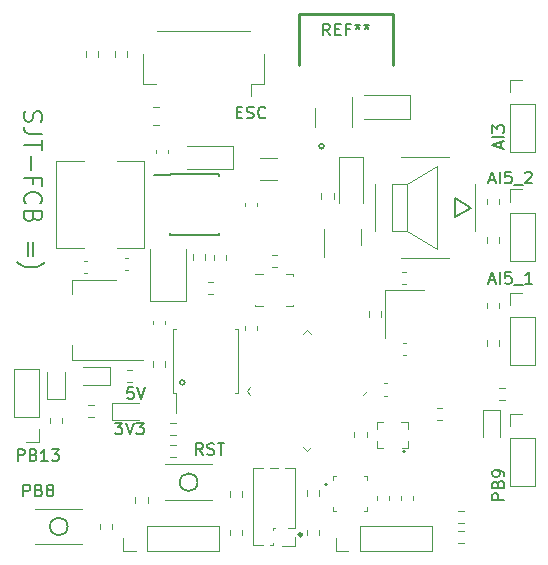
<source format=gbr>
%TF.GenerationSoftware,KiCad,Pcbnew,(6.0.1)*%
%TF.CreationDate,2022-04-08T14:53:01+03:00*%
%TF.ProjectId,fcb,6663622e-6b69-4636-9164-5f7063625858,0*%
%TF.SameCoordinates,Original*%
%TF.FileFunction,Legend,Top*%
%TF.FilePolarity,Positive*%
%FSLAX46Y46*%
G04 Gerber Fmt 4.6, Leading zero omitted, Abs format (unit mm)*
G04 Created by KiCad (PCBNEW (6.0.1)) date 2022-04-08 14:53:01*
%MOMM*%
%LPD*%
G01*
G04 APERTURE LIST*
%ADD10C,0.150000*%
%ADD11C,0.275000*%
%ADD12C,0.100000*%
%ADD13C,0.161803*%
%ADD14C,0.120000*%
%ADD15C,0.254000*%
G04 APERTURE END LIST*
D10*
X140400000Y-109800000D02*
G75*
G03*
X140400000Y-109800000I-200000J0D01*
G01*
D11*
X150337500Y-122700000D02*
G75*
G03*
X150337500Y-122700000I-137500J0D01*
G01*
D10*
X152200000Y-89800000D02*
G75*
G03*
X152200000Y-89800000I-200000J0D01*
G01*
X167452380Y-119738095D02*
X166452380Y-119738095D01*
X166452380Y-119357142D01*
X166500000Y-119261904D01*
X166547619Y-119214285D01*
X166642857Y-119166666D01*
X166785714Y-119166666D01*
X166880952Y-119214285D01*
X166928571Y-119261904D01*
X166976190Y-119357142D01*
X166976190Y-119738095D01*
X166928571Y-118404761D02*
X166976190Y-118261904D01*
X167023809Y-118214285D01*
X167119047Y-118166666D01*
X167261904Y-118166666D01*
X167357142Y-118214285D01*
X167404761Y-118261904D01*
X167452380Y-118357142D01*
X167452380Y-118738095D01*
X166452380Y-118738095D01*
X166452380Y-118404761D01*
X166500000Y-118309523D01*
X166547619Y-118261904D01*
X166642857Y-118214285D01*
X166738095Y-118214285D01*
X166833333Y-118261904D01*
X166880952Y-118309523D01*
X166928571Y-118404761D01*
X166928571Y-118738095D01*
X167452380Y-117690476D02*
X167452380Y-117500000D01*
X167404761Y-117404761D01*
X167357142Y-117357142D01*
X167214285Y-117261904D01*
X167023809Y-117214285D01*
X166642857Y-117214285D01*
X166547619Y-117261904D01*
X166500000Y-117309523D01*
X166452380Y-117404761D01*
X166452380Y-117595238D01*
X166500000Y-117690476D01*
X166547619Y-117738095D01*
X166642857Y-117785714D01*
X166880952Y-117785714D01*
X166976190Y-117738095D01*
X167023809Y-117690476D01*
X167071428Y-117595238D01*
X167071428Y-117404761D01*
X167023809Y-117309523D01*
X166976190Y-117261904D01*
X166880952Y-117214285D01*
X126761904Y-119452380D02*
X126761904Y-118452380D01*
X127142857Y-118452380D01*
X127238095Y-118500000D01*
X127285714Y-118547619D01*
X127333333Y-118642857D01*
X127333333Y-118785714D01*
X127285714Y-118880952D01*
X127238095Y-118928571D01*
X127142857Y-118976190D01*
X126761904Y-118976190D01*
X128095238Y-118928571D02*
X128238095Y-118976190D01*
X128285714Y-119023809D01*
X128333333Y-119119047D01*
X128333333Y-119261904D01*
X128285714Y-119357142D01*
X128238095Y-119404761D01*
X128142857Y-119452380D01*
X127761904Y-119452380D01*
X127761904Y-118452380D01*
X128095238Y-118452380D01*
X128190476Y-118500000D01*
X128238095Y-118547619D01*
X128285714Y-118642857D01*
X128285714Y-118738095D01*
X128238095Y-118833333D01*
X128190476Y-118880952D01*
X128095238Y-118928571D01*
X127761904Y-118928571D01*
X128904761Y-118880952D02*
X128809523Y-118833333D01*
X128761904Y-118785714D01*
X128714285Y-118690476D01*
X128714285Y-118642857D01*
X128761904Y-118547619D01*
X128809523Y-118500000D01*
X128904761Y-118452380D01*
X129095238Y-118452380D01*
X129190476Y-118500000D01*
X129238095Y-118547619D01*
X129285714Y-118642857D01*
X129285714Y-118690476D01*
X129238095Y-118785714D01*
X129190476Y-118833333D01*
X129095238Y-118880952D01*
X128904761Y-118880952D01*
X128809523Y-118928571D01*
X128761904Y-118976190D01*
X128714285Y-119071428D01*
X128714285Y-119261904D01*
X128761904Y-119357142D01*
X128809523Y-119404761D01*
X128904761Y-119452380D01*
X129095238Y-119452380D01*
X129190476Y-119404761D01*
X129238095Y-119357142D01*
X129285714Y-119261904D01*
X129285714Y-119071428D01*
X129238095Y-118976190D01*
X129190476Y-118928571D01*
X129095238Y-118880952D01*
X126285714Y-116452380D02*
X126285714Y-115452380D01*
X126666666Y-115452380D01*
X126761904Y-115500000D01*
X126809523Y-115547619D01*
X126857142Y-115642857D01*
X126857142Y-115785714D01*
X126809523Y-115880952D01*
X126761904Y-115928571D01*
X126666666Y-115976190D01*
X126285714Y-115976190D01*
X127619047Y-115928571D02*
X127761904Y-115976190D01*
X127809523Y-116023809D01*
X127857142Y-116119047D01*
X127857142Y-116261904D01*
X127809523Y-116357142D01*
X127761904Y-116404761D01*
X127666666Y-116452380D01*
X127285714Y-116452380D01*
X127285714Y-115452380D01*
X127619047Y-115452380D01*
X127714285Y-115500000D01*
X127761904Y-115547619D01*
X127809523Y-115642857D01*
X127809523Y-115738095D01*
X127761904Y-115833333D01*
X127714285Y-115880952D01*
X127619047Y-115928571D01*
X127285714Y-115928571D01*
X128809523Y-116452380D02*
X128238095Y-116452380D01*
X128523809Y-116452380D02*
X128523809Y-115452380D01*
X128428571Y-115595238D01*
X128333333Y-115690476D01*
X128238095Y-115738095D01*
X129142857Y-115452380D02*
X129761904Y-115452380D01*
X129428571Y-115833333D01*
X129571428Y-115833333D01*
X129666666Y-115880952D01*
X129714285Y-115928571D01*
X129761904Y-116023809D01*
X129761904Y-116261904D01*
X129714285Y-116357142D01*
X129666666Y-116404761D01*
X129571428Y-116452380D01*
X129285714Y-116452380D01*
X129190476Y-116404761D01*
X129142857Y-116357142D01*
X134511904Y-113202380D02*
X135130952Y-113202380D01*
X134797619Y-113583333D01*
X134940476Y-113583333D01*
X135035714Y-113630952D01*
X135083333Y-113678571D01*
X135130952Y-113773809D01*
X135130952Y-114011904D01*
X135083333Y-114107142D01*
X135035714Y-114154761D01*
X134940476Y-114202380D01*
X134654761Y-114202380D01*
X134559523Y-114154761D01*
X134511904Y-114107142D01*
X135416666Y-113202380D02*
X135750000Y-114202380D01*
X136083333Y-113202380D01*
X136321428Y-113202380D02*
X136940476Y-113202380D01*
X136607142Y-113583333D01*
X136750000Y-113583333D01*
X136845238Y-113630952D01*
X136892857Y-113678571D01*
X136940476Y-113773809D01*
X136940476Y-114011904D01*
X136892857Y-114107142D01*
X136845238Y-114154761D01*
X136750000Y-114202380D01*
X136464285Y-114202380D01*
X136369047Y-114154761D01*
X136321428Y-114107142D01*
X166190476Y-92666666D02*
X166666666Y-92666666D01*
X166095238Y-92952380D02*
X166428571Y-91952380D01*
X166761904Y-92952380D01*
X167095238Y-92952380D02*
X167095238Y-91952380D01*
X168047619Y-91952380D02*
X167571428Y-91952380D01*
X167523809Y-92428571D01*
X167571428Y-92380952D01*
X167666666Y-92333333D01*
X167904761Y-92333333D01*
X168000000Y-92380952D01*
X168047619Y-92428571D01*
X168095238Y-92523809D01*
X168095238Y-92761904D01*
X168047619Y-92857142D01*
X168000000Y-92904761D01*
X167904761Y-92952380D01*
X167666666Y-92952380D01*
X167571428Y-92904761D01*
X167523809Y-92857142D01*
X168285714Y-93047619D02*
X169047619Y-93047619D01*
X169238095Y-92047619D02*
X169285714Y-92000000D01*
X169380952Y-91952380D01*
X169619047Y-91952380D01*
X169714285Y-92000000D01*
X169761904Y-92047619D01*
X169809523Y-92142857D01*
X169809523Y-92238095D01*
X169761904Y-92380952D01*
X169190476Y-92952380D01*
X169809523Y-92952380D01*
X136059523Y-110202380D02*
X135583333Y-110202380D01*
X135535714Y-110678571D01*
X135583333Y-110630952D01*
X135678571Y-110583333D01*
X135916666Y-110583333D01*
X136011904Y-110630952D01*
X136059523Y-110678571D01*
X136107142Y-110773809D01*
X136107142Y-111011904D01*
X136059523Y-111107142D01*
X136011904Y-111154761D01*
X135916666Y-111202380D01*
X135678571Y-111202380D01*
X135583333Y-111154761D01*
X135535714Y-111107142D01*
X136392857Y-110202380D02*
X136726190Y-111202380D01*
X137059523Y-110202380D01*
X167166666Y-89952380D02*
X167166666Y-89476190D01*
X167452380Y-90047619D02*
X166452380Y-89714285D01*
X167452380Y-89380952D01*
X167452380Y-89047619D02*
X166452380Y-89047619D01*
X166452380Y-88666666D02*
X166452380Y-88047619D01*
X166833333Y-88380952D01*
X166833333Y-88238095D01*
X166880952Y-88142857D01*
X166928571Y-88095238D01*
X167023809Y-88047619D01*
X167261904Y-88047619D01*
X167357142Y-88095238D01*
X167404761Y-88142857D01*
X167452380Y-88238095D01*
X167452380Y-88523809D01*
X167404761Y-88619047D01*
X167357142Y-88666666D01*
X166190476Y-101166666D02*
X166666666Y-101166666D01*
X166095238Y-101452380D02*
X166428571Y-100452380D01*
X166761904Y-101452380D01*
X167095238Y-101452380D02*
X167095238Y-100452380D01*
X168047619Y-100452380D02*
X167571428Y-100452380D01*
X167523809Y-100928571D01*
X167571428Y-100880952D01*
X167666666Y-100833333D01*
X167904761Y-100833333D01*
X168000000Y-100880952D01*
X168047619Y-100928571D01*
X168095238Y-101023809D01*
X168095238Y-101261904D01*
X168047619Y-101357142D01*
X168000000Y-101404761D01*
X167904761Y-101452380D01*
X167666666Y-101452380D01*
X167571428Y-101404761D01*
X167523809Y-101357142D01*
X168285714Y-101547619D02*
X169047619Y-101547619D01*
X169809523Y-101452380D02*
X169238095Y-101452380D01*
X169523809Y-101452380D02*
X169523809Y-100452380D01*
X169428571Y-100595238D01*
X169333333Y-100690476D01*
X169238095Y-100738095D01*
X144809523Y-86928571D02*
X145142857Y-86928571D01*
X145285714Y-87452380D02*
X144809523Y-87452380D01*
X144809523Y-86452380D01*
X145285714Y-86452380D01*
X145666666Y-87404761D02*
X145809523Y-87452380D01*
X146047619Y-87452380D01*
X146142857Y-87404761D01*
X146190476Y-87357142D01*
X146238095Y-87261904D01*
X146238095Y-87166666D01*
X146190476Y-87071428D01*
X146142857Y-87023809D01*
X146047619Y-86976190D01*
X145857142Y-86928571D01*
X145761904Y-86880952D01*
X145714285Y-86833333D01*
X145666666Y-86738095D01*
X145666666Y-86642857D01*
X145714285Y-86547619D01*
X145761904Y-86500000D01*
X145857142Y-86452380D01*
X146095238Y-86452380D01*
X146238095Y-86500000D01*
X147238095Y-87357142D02*
X147190476Y-87404761D01*
X147047619Y-87452380D01*
X146952380Y-87452380D01*
X146809523Y-87404761D01*
X146714285Y-87309523D01*
X146666666Y-87214285D01*
X146619047Y-87023809D01*
X146619047Y-86880952D01*
X146666666Y-86690476D01*
X146714285Y-86595238D01*
X146809523Y-86500000D01*
X146952380Y-86452380D01*
X147047619Y-86452380D01*
X147190476Y-86500000D01*
X147238095Y-86547619D01*
X141952380Y-115952380D02*
X141619047Y-115476190D01*
X141380952Y-115952380D02*
X141380952Y-114952380D01*
X141761904Y-114952380D01*
X141857142Y-115000000D01*
X141904761Y-115047619D01*
X141952380Y-115142857D01*
X141952380Y-115285714D01*
X141904761Y-115380952D01*
X141857142Y-115428571D01*
X141761904Y-115476190D01*
X141380952Y-115476190D01*
X142333333Y-115904761D02*
X142476190Y-115952380D01*
X142714285Y-115952380D01*
X142809523Y-115904761D01*
X142857142Y-115857142D01*
X142904761Y-115761904D01*
X142904761Y-115666666D01*
X142857142Y-115571428D01*
X142809523Y-115523809D01*
X142714285Y-115476190D01*
X142523809Y-115428571D01*
X142428571Y-115380952D01*
X142380952Y-115333333D01*
X142333333Y-115238095D01*
X142333333Y-115142857D01*
X142380952Y-115047619D01*
X142428571Y-115000000D01*
X142523809Y-114952380D01*
X142761904Y-114952380D01*
X142904761Y-115000000D01*
X143190476Y-114952380D02*
X143761904Y-114952380D01*
X143476190Y-115952380D02*
X143476190Y-114952380D01*
X126892857Y-86857142D02*
X126821428Y-87071428D01*
X126821428Y-87428571D01*
X126892857Y-87571428D01*
X126964285Y-87642857D01*
X127107142Y-87714285D01*
X127250000Y-87714285D01*
X127392857Y-87642857D01*
X127464285Y-87571428D01*
X127535714Y-87428571D01*
X127607142Y-87142857D01*
X127678571Y-87000000D01*
X127750000Y-86928571D01*
X127892857Y-86857142D01*
X128035714Y-86857142D01*
X128178571Y-86928571D01*
X128250000Y-87000000D01*
X128321428Y-87142857D01*
X128321428Y-87500000D01*
X128250000Y-87714285D01*
X128321428Y-88785714D02*
X127250000Y-88785714D01*
X127035714Y-88714285D01*
X126892857Y-88571428D01*
X126821428Y-88357142D01*
X126821428Y-88214285D01*
X128321428Y-89285714D02*
X128321428Y-90142857D01*
X126821428Y-89714285D02*
X128321428Y-89714285D01*
X127392857Y-90642857D02*
X127392857Y-91785714D01*
X127607142Y-93000000D02*
X127607142Y-92500000D01*
X126821428Y-92500000D02*
X128321428Y-92500000D01*
X128321428Y-93214285D01*
X126964285Y-94642857D02*
X126892857Y-94571428D01*
X126821428Y-94357142D01*
X126821428Y-94214285D01*
X126892857Y-94000000D01*
X127035714Y-93857142D01*
X127178571Y-93785714D01*
X127464285Y-93714285D01*
X127678571Y-93714285D01*
X127964285Y-93785714D01*
X128107142Y-93857142D01*
X128250000Y-94000000D01*
X128321428Y-94214285D01*
X128321428Y-94357142D01*
X128250000Y-94571428D01*
X128178571Y-94642857D01*
X127607142Y-95785714D02*
X127535714Y-96000000D01*
X127464285Y-96071428D01*
X127321428Y-96142857D01*
X127107142Y-96142857D01*
X126964285Y-96071428D01*
X126892857Y-96000000D01*
X126821428Y-95857142D01*
X126821428Y-95285714D01*
X128321428Y-95285714D01*
X128321428Y-95785714D01*
X128250000Y-95928571D01*
X128178571Y-96000000D01*
X128035714Y-96071428D01*
X127892857Y-96071428D01*
X127750000Y-96000000D01*
X127678571Y-95928571D01*
X127607142Y-95785714D01*
X127607142Y-95285714D01*
X127607142Y-97928571D02*
X127607142Y-99071428D01*
X127178571Y-99071428D02*
X127178571Y-97928571D01*
X126250000Y-99642857D02*
X126321428Y-99714285D01*
X126535714Y-99857142D01*
X126678571Y-99928571D01*
X126892857Y-100000000D01*
X127250000Y-100071428D01*
X127535714Y-100071428D01*
X127892857Y-100000000D01*
X128107142Y-99928571D01*
X128250000Y-99857142D01*
X128464285Y-99714285D01*
X128535714Y-99642857D01*
%TO.C,J5*%
X152716666Y-80415880D02*
X152383333Y-79939690D01*
X152145238Y-80415880D02*
X152145238Y-79415880D01*
X152526190Y-79415880D01*
X152621428Y-79463500D01*
X152669047Y-79511119D01*
X152716666Y-79606357D01*
X152716666Y-79749214D01*
X152669047Y-79844452D01*
X152621428Y-79892071D01*
X152526190Y-79939690D01*
X152145238Y-79939690D01*
X153145238Y-79892071D02*
X153478571Y-79892071D01*
X153621428Y-80415880D02*
X153145238Y-80415880D01*
X153145238Y-79415880D01*
X153621428Y-79415880D01*
X154383333Y-79892071D02*
X154050000Y-79892071D01*
X154050000Y-80415880D02*
X154050000Y-79415880D01*
X154526190Y-79415880D01*
X155050000Y-79415880D02*
X155050000Y-79653976D01*
X154811904Y-79558738D02*
X155050000Y-79653976D01*
X155288095Y-79558738D01*
X154907142Y-79844452D02*
X155050000Y-79653976D01*
X155192857Y-79844452D01*
X155811904Y-79415880D02*
X155811904Y-79653976D01*
X155573809Y-79558738D02*
X155811904Y-79653976D01*
X156050000Y-79558738D01*
X155669047Y-79844452D02*
X155811904Y-79653976D01*
X155954761Y-79844452D01*
D12*
%TO.C,U7*%
X156700000Y-113150000D02*
X156700000Y-113750000D01*
X159300000Y-113750000D02*
X159300000Y-113150000D01*
X159300000Y-115350000D02*
X158800000Y-115350000D01*
X156700000Y-114750000D02*
X156700000Y-115350000D01*
X159300000Y-113150000D02*
X158750000Y-113150000D01*
X157200000Y-113150000D02*
X156700000Y-113150000D01*
X156700000Y-115350000D02*
X157200000Y-115350000D01*
X159300000Y-114750000D02*
X159300000Y-115350000D01*
D13*
X159080901Y-115650000D02*
G75*
G03*
X159080901Y-115650000I-80901J0D01*
G01*
D14*
%TO.C,R23*%
X167037742Y-110277500D02*
X167512258Y-110277500D01*
X167037742Y-111322500D02*
X167512258Y-111322500D01*
%TO.C,C13*%
X138760000Y-104890580D02*
X138760000Y-104609420D01*
X137740000Y-104890580D02*
X137740000Y-104609420D01*
%TO.C,R14*%
X132737258Y-112772500D02*
X132262742Y-112772500D01*
X132737258Y-111727500D02*
X132262742Y-111727500D01*
%TO.C,R28*%
X165977500Y-97987258D02*
X165977500Y-97512742D01*
X167022500Y-97987258D02*
X167022500Y-97512742D01*
%TO.C,J9*%
X167940000Y-103250000D02*
X167940000Y-102190000D01*
X167940000Y-104250000D02*
X167940000Y-108310000D01*
X167940000Y-104250000D02*
X170060000Y-104250000D01*
X167940000Y-108310000D02*
X170060000Y-108310000D01*
X170060000Y-104250000D02*
X170060000Y-108310000D01*
X167940000Y-102190000D02*
X169000000Y-102190000D01*
%TO.C,R17*%
X137727500Y-108012742D02*
X137727500Y-108487258D01*
X138772500Y-108012742D02*
X138772500Y-108487258D01*
%TO.C,C9*%
X137990000Y-90390580D02*
X137990000Y-90109420D01*
X139010000Y-90390580D02*
X139010000Y-90109420D01*
%TO.C,Q1*%
X152190000Y-97500000D02*
X152190000Y-96850000D01*
X155310000Y-97500000D02*
X155310000Y-96850000D01*
X155310000Y-97500000D02*
X155310000Y-98150000D01*
X152190000Y-97500000D02*
X152190000Y-99175000D01*
%TO.C,U4*%
X144900000Y-105275000D02*
X144640000Y-105275000D01*
X144900000Y-108000000D02*
X144900000Y-110725000D01*
X144900000Y-110725000D02*
X144640000Y-110725000D01*
X139450000Y-105275000D02*
X139710000Y-105275000D01*
X139450000Y-108000000D02*
X139450000Y-105275000D01*
X139450000Y-108000000D02*
X139450000Y-110725000D01*
X139450000Y-110725000D02*
X139710000Y-110725000D01*
X144900000Y-108000000D02*
X144900000Y-105275000D01*
X139710000Y-110725000D02*
X139710000Y-112400000D01*
%TO.C,R2*%
X132027500Y-81762742D02*
X132027500Y-82237258D01*
X133072500Y-81762742D02*
X133072500Y-82237258D01*
%TO.C,U1*%
X155519435Y-110835876D02*
X155855311Y-110500000D01*
X145644689Y-110500000D02*
X145980565Y-110835876D01*
X150414124Y-105730565D02*
X150750000Y-105394689D01*
X145980565Y-110164124D02*
X145644689Y-110500000D01*
X151085876Y-115269435D02*
X150750000Y-115605311D01*
X150750000Y-115605311D02*
X150414124Y-115269435D01*
X150750000Y-105394689D02*
X151085876Y-105730565D01*
%TO.C,R1*%
X135522500Y-82237258D02*
X135522500Y-81762742D01*
X134477500Y-82237258D02*
X134477500Y-81762742D01*
%TO.C,D7*%
X153500000Y-90750000D02*
X153500000Y-94650000D01*
X155500000Y-90750000D02*
X155500000Y-94650000D01*
X155500000Y-90750000D02*
X153500000Y-90750000D01*
%TO.C,J4*%
X153190000Y-124060000D02*
X153190000Y-123000000D01*
X155250000Y-121940000D02*
X161310000Y-121940000D01*
X155250000Y-124060000D02*
X155250000Y-121940000D01*
X155250000Y-124060000D02*
X161310000Y-124060000D01*
X154250000Y-124060000D02*
X153190000Y-124060000D01*
X161310000Y-124060000D02*
X161310000Y-121940000D01*
%TO.C,C11*%
X140510000Y-102885000D02*
X140510000Y-98500000D01*
X137490000Y-102885000D02*
X140510000Y-102885000D01*
X137490000Y-98500000D02*
X137490000Y-102885000D01*
%TO.C,R12*%
X155822500Y-113962742D02*
X155822500Y-114437258D01*
X154777500Y-113962742D02*
X154777500Y-114437258D01*
%TO.C,R6*%
X157022500Y-103762742D02*
X157022500Y-104237258D01*
X155977500Y-103762742D02*
X155977500Y-104237258D01*
%TO.C,R4*%
X142877500Y-98987742D02*
X142877500Y-99462258D01*
X143922500Y-98987742D02*
X143922500Y-99462258D01*
%TO.C,R15*%
X139187742Y-114272500D02*
X139662258Y-114272500D01*
X139187742Y-113227500D02*
X139662258Y-113227500D01*
%TO.C,R7*%
X151772500Y-122737258D02*
X151772500Y-122262742D01*
X150727500Y-122737258D02*
X150727500Y-122262742D01*
%TO.C,J11*%
X167940000Y-90310000D02*
X170060000Y-90310000D01*
X167940000Y-86250000D02*
X167940000Y-90310000D01*
X167940000Y-84190000D02*
X169000000Y-84190000D01*
X167940000Y-86250000D02*
X170060000Y-86250000D01*
X167940000Y-85250000D02*
X167940000Y-84190000D01*
X170060000Y-86250000D02*
X170060000Y-90310000D01*
D10*
%TO.C,U2*%
X139175000Y-92175000D02*
X139175000Y-92225000D01*
X139175000Y-97325000D02*
X143325000Y-97325000D01*
X139175000Y-92175000D02*
X143325000Y-92175000D01*
X143325000Y-97325000D02*
X143325000Y-97180000D01*
X139175000Y-92225000D02*
X137775000Y-92225000D01*
X143325000Y-92175000D02*
X143325000Y-92320000D01*
X139175000Y-97325000D02*
X139175000Y-97180000D01*
D14*
%TO.C,C19*%
X159710000Y-119459420D02*
X159710000Y-119740580D01*
X158690000Y-119459420D02*
X158690000Y-119740580D01*
%TO.C,C3*%
X145490000Y-94890580D02*
X145490000Y-94609420D01*
X146510000Y-94890580D02*
X146510000Y-94609420D01*
%TO.C,R22*%
X133227500Y-122237258D02*
X133227500Y-121762742D01*
X134272500Y-122237258D02*
X134272500Y-121762742D01*
%TO.C,U8*%
D10*
X152475000Y-118450000D02*
G75*
G03*
X152475000Y-118450000I-75000J0D01*
G01*
D14*
X152950000Y-120650000D02*
X153250000Y-120650000D01*
X152950000Y-120650000D02*
X152950000Y-120350000D01*
X152950000Y-117750000D02*
X153250000Y-117750000D01*
X155850000Y-117750000D02*
X155850000Y-118050000D01*
X155850000Y-120650000D02*
X155550000Y-120650000D01*
X155850000Y-120650000D02*
X155850000Y-120350000D01*
X155850000Y-117750000D02*
X155550000Y-117750000D01*
X152950000Y-117750000D02*
X152950000Y-118050000D01*
%TO.C,J7*%
X125940000Y-112750000D02*
X125940000Y-108690000D01*
X128060000Y-113750000D02*
X128060000Y-114810000D01*
X128060000Y-112750000D02*
X125940000Y-112750000D01*
X128060000Y-114810000D02*
X127000000Y-114810000D01*
X128060000Y-112750000D02*
X128060000Y-108690000D01*
X128060000Y-108690000D02*
X125940000Y-108690000D01*
D10*
%TO.C,SW2*%
X130500000Y-122000000D02*
G75*
G03*
X130500000Y-122000000I-750000J0D01*
G01*
D14*
X127750000Y-120500000D02*
X131750000Y-120500000D01*
X127750000Y-123500000D02*
X131750000Y-123500000D01*
%TO.C,C12*%
X131859420Y-99490000D02*
X132140580Y-99490000D01*
X131859420Y-100510000D02*
X132140580Y-100510000D01*
%TO.C,D6*%
X128765000Y-108950000D02*
X128765000Y-111235000D01*
X128765000Y-111235000D02*
X130235000Y-111235000D01*
X130235000Y-111235000D02*
X130235000Y-108950000D01*
%TO.C,R16*%
X139162742Y-116122500D02*
X139637258Y-116122500D01*
X139162742Y-115077500D02*
X139637258Y-115077500D01*
%TO.C,L1*%
X129550000Y-91050000D02*
X131850000Y-91050000D01*
X134650000Y-91050000D02*
X136950000Y-91050000D01*
X136950000Y-98450000D02*
X134650000Y-98450000D01*
X136950000Y-91050000D02*
X136950000Y-98450000D01*
X131850000Y-98450000D02*
X129550000Y-98450000D01*
X129550000Y-98450000D02*
X129550000Y-91050000D01*
%TO.C,R27*%
X165977500Y-103512258D02*
X165977500Y-103037742D01*
X167022500Y-103512258D02*
X167022500Y-103037742D01*
%TO.C,CL2*%
X159115580Y-100490000D02*
X158834420Y-100490000D01*
X159115580Y-101510000D02*
X158834420Y-101510000D01*
%TO.C,D4*%
X136550000Y-111515000D02*
X134265000Y-111515000D01*
X134265000Y-111515000D02*
X134265000Y-112985000D01*
X134265000Y-112985000D02*
X136550000Y-112985000D01*
%TO.C,D5*%
X167135000Y-114400000D02*
X167135000Y-112115000D01*
X167135000Y-112115000D02*
X165665000Y-112115000D01*
X165665000Y-112115000D02*
X165665000Y-114400000D01*
%TO.C,R20*%
X164062258Y-120677500D02*
X163587742Y-120677500D01*
X164062258Y-121722500D02*
X163587742Y-121722500D01*
%TO.C,BZ1*%
X159250000Y-97000000D02*
X161750000Y-98500000D01*
X159250000Y-97000000D02*
X159250000Y-93000000D01*
X158750000Y-90750000D02*
X162750000Y-90750000D01*
D10*
X163300000Y-94220577D02*
X163300000Y-95779423D01*
D14*
X158000000Y-97000000D02*
X159250000Y-97000000D01*
X159250000Y-93000000D02*
X158000000Y-93000000D01*
X161750000Y-91500000D02*
X161750000Y-98500000D01*
X165000000Y-93000000D02*
X165000000Y-97000000D01*
D10*
X164650000Y-95000000D02*
X163300000Y-94220577D01*
D14*
X158000000Y-93000000D02*
X158000000Y-97000000D01*
X159250000Y-93000000D02*
X161750000Y-91500000D01*
X162750000Y-99250000D02*
X158750000Y-99250000D01*
X156500000Y-97000000D02*
X156500000Y-93000000D01*
D10*
X163300000Y-95779423D02*
X164650000Y-95000000D01*
D14*
%TO.C,R11*%
X136227500Y-119987258D02*
X136227500Y-119512742D01*
X137272500Y-119987258D02*
X137272500Y-119512742D01*
%TO.C,C1*%
X146510000Y-105059420D02*
X146510000Y-105340580D01*
X145490000Y-105059420D02*
X145490000Y-105340580D01*
%TO.C,R19*%
X162237258Y-111977500D02*
X161762742Y-111977500D01*
X162237258Y-113022500D02*
X161762742Y-113022500D01*
%TO.C,J6*%
X167940000Y-114500000D02*
X167940000Y-118560000D01*
X167940000Y-118560000D02*
X170060000Y-118560000D01*
X167940000Y-114500000D02*
X170060000Y-114500000D01*
X167940000Y-113500000D02*
X167940000Y-112440000D01*
X167940000Y-112440000D02*
X169000000Y-112440000D01*
X170060000Y-114500000D02*
X170060000Y-118560000D01*
%TO.C,R5*%
X142837258Y-102322500D02*
X142362742Y-102322500D01*
X142837258Y-101277500D02*
X142362742Y-101277500D01*
%TO.C,CL1*%
X159140580Y-107510000D02*
X158859420Y-107510000D01*
X159140580Y-106490000D02*
X158859420Y-106490000D01*
%TO.C,R13*%
X135512742Y-109772500D02*
X135987258Y-109772500D01*
X135512742Y-108727500D02*
X135987258Y-108727500D01*
%TO.C,C10*%
X135640580Y-99240000D02*
X135359420Y-99240000D01*
X135640580Y-100260000D02*
X135359420Y-100260000D01*
%TO.C,R3*%
X142122500Y-99437258D02*
X142122500Y-98962742D01*
X141077500Y-99437258D02*
X141077500Y-98962742D01*
%TO.C,J10*%
X167940000Y-99560000D02*
X170060000Y-99560000D01*
X167940000Y-95500000D02*
X167940000Y-99560000D01*
X170060000Y-95500000D02*
X170060000Y-99560000D01*
X167940000Y-94500000D02*
X167940000Y-93440000D01*
X167940000Y-93440000D02*
X169000000Y-93440000D01*
X167940000Y-95500000D02*
X170060000Y-95500000D01*
%TO.C,U9*%
X154560000Y-87400000D02*
X154560000Y-88200000D01*
X151440000Y-87400000D02*
X151440000Y-88200000D01*
X154560000Y-87400000D02*
X154560000Y-85600000D01*
X151440000Y-87400000D02*
X151440000Y-86600000D01*
%TO.C,Y1*%
X157350000Y-102000000D02*
X157350000Y-106000000D01*
X160650000Y-102000000D02*
X157350000Y-102000000D01*
%TO.C,R10*%
X145272500Y-119012742D02*
X145272500Y-119487258D01*
X144227500Y-119012742D02*
X144227500Y-119487258D01*
%TO.C,D1*%
X144500000Y-91750000D02*
X140600000Y-91750000D01*
X144500000Y-91750000D02*
X144500000Y-89750000D01*
X144500000Y-89750000D02*
X140600000Y-89750000D01*
%TO.C,C2*%
X148211252Y-92660000D02*
X146788748Y-92660000D01*
X148211252Y-90840000D02*
X146788748Y-90840000D01*
%TO.C,U3*%
X130840000Y-101090000D02*
X130840000Y-102350000D01*
X136850000Y-107910000D02*
X130840000Y-107910000D01*
X130840000Y-107910000D02*
X130840000Y-106650000D01*
X134600000Y-101090000D02*
X130840000Y-101090000D01*
D15*
%TO.C,J5*%
X158050000Y-78638500D02*
X158050000Y-82963500D01*
X150050000Y-78638500D02*
X150050000Y-82963500D01*
X158050000Y-78638500D02*
X150050000Y-78638500D01*
D10*
%TO.C,SW1*%
X141500000Y-118250000D02*
G75*
G03*
X141500000Y-118250000I-750000J0D01*
G01*
D14*
X142750000Y-116750000D02*
X138750000Y-116750000D01*
X142750000Y-119750000D02*
X138750000Y-119750000D01*
%TO.C,R29*%
X167022500Y-94737258D02*
X167022500Y-94262742D01*
X165977500Y-94737258D02*
X165977500Y-94262742D01*
%TO.C,R8*%
X150727500Y-119412258D02*
X150727500Y-118937742D01*
X151772500Y-119412258D02*
X151772500Y-118937742D01*
%TO.C,J8*%
X137250000Y-121940000D02*
X143310000Y-121940000D01*
X143310000Y-124060000D02*
X143310000Y-121940000D01*
X137250000Y-124060000D02*
X137250000Y-121940000D01*
X136250000Y-124060000D02*
X135190000Y-124060000D01*
X135190000Y-124060000D02*
X135190000Y-123000000D01*
X137250000Y-124060000D02*
X143310000Y-124060000D01*
%TO.C,R24*%
X130022500Y-112787742D02*
X130022500Y-113262258D01*
X128977500Y-112787742D02*
X128977500Y-113262258D01*
%TO.C,C20*%
X156690000Y-119459420D02*
X156690000Y-119740580D01*
X157710000Y-119459420D02*
X157710000Y-119740580D01*
%TO.C,J2*%
X147047470Y-123545000D02*
X146225000Y-123545000D01*
X147865000Y-122143471D02*
X147865000Y-122286529D01*
X147865000Y-123545000D02*
X147662530Y-123545000D01*
X149755000Y-123610000D02*
X148625000Y-123610000D01*
X148061529Y-122090000D02*
X147918471Y-122090000D01*
X148317470Y-117075000D02*
X147662530Y-117075000D01*
X146225000Y-123545000D02*
X146225000Y-117075000D01*
X147865000Y-123413471D02*
X147865000Y-123545000D01*
X149755000Y-117075000D02*
X148932530Y-117075000D01*
X149755000Y-122090000D02*
X149755000Y-117075000D01*
X149755000Y-122090000D02*
X149188471Y-122090000D01*
X147047470Y-117075000D02*
X146225000Y-117075000D01*
X149755000Y-122850000D02*
X149755000Y-123610000D01*
%TO.C,J1*%
X136890000Y-84535000D02*
X137940000Y-84535000D01*
X146060000Y-84535000D02*
X146060000Y-85525000D01*
X136890000Y-82035000D02*
X136890000Y-84535000D01*
X147110000Y-84535000D02*
X146060000Y-84535000D01*
X147110000Y-82035000D02*
X147110000Y-84535000D01*
X145940000Y-80065000D02*
X138060000Y-80065000D01*
%TO.C,R25*%
X153022500Y-93762742D02*
X153022500Y-94237258D01*
X151977500Y-93762742D02*
X151977500Y-94237258D01*
%TO.C,C4*%
X157540580Y-110910000D02*
X157259420Y-110910000D01*
X157540580Y-109890000D02*
X157259420Y-109890000D01*
%TO.C,R9*%
X144227500Y-122262742D02*
X144227500Y-122737258D01*
X145272500Y-122262742D02*
X145272500Y-122737258D01*
%TO.C,D2*%
X159500000Y-87500000D02*
X159500000Y-85500000D01*
X159500000Y-85500000D02*
X155600000Y-85500000D01*
X159500000Y-87500000D02*
X155600000Y-87500000D01*
%TO.C,R26*%
X165977500Y-106712258D02*
X165977500Y-106237742D01*
X167022500Y-106712258D02*
X167022500Y-106237742D01*
%TO.C,D3*%
X134085000Y-109985000D02*
X134085000Y-108515000D01*
X131800000Y-109985000D02*
X134085000Y-109985000D01*
X134085000Y-108515000D02*
X131800000Y-108515000D01*
%TO.C,R21*%
X164062258Y-123422500D02*
X163587742Y-123422500D01*
X164062258Y-122377500D02*
X163587742Y-122377500D01*
%TO.C,FB1*%
X137688748Y-86515000D02*
X138211252Y-86515000D01*
X137688748Y-87985000D02*
X138211252Y-87985000D01*
%TO.C,U5*%
X147040000Y-100640000D02*
X146390000Y-100640000D01*
X146390000Y-103360000D02*
X146390000Y-103210000D01*
X149610000Y-100640000D02*
X149610000Y-100790000D01*
X148960000Y-103360000D02*
X149610000Y-103360000D01*
X149610000Y-103360000D02*
X149610000Y-103210000D01*
X148960000Y-100640000D02*
X149610000Y-100640000D01*
X147040000Y-103360000D02*
X146390000Y-103360000D01*
%TO.C,R18*%
X148237258Y-100022500D02*
X147762742Y-100022500D01*
X148237258Y-98977500D02*
X147762742Y-98977500D01*
%TD*%
M02*

</source>
